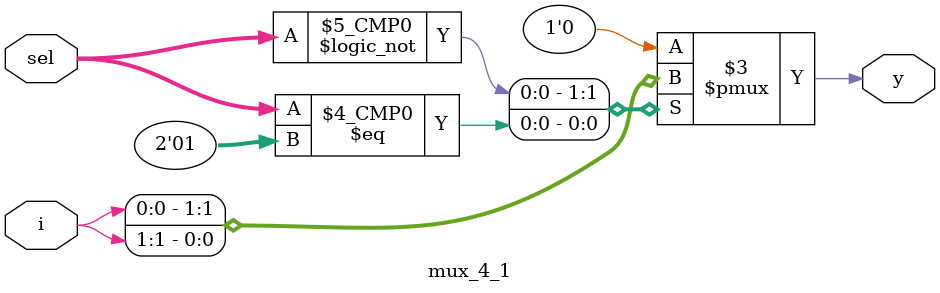
<source format=v>
module mux_4_1(
input [3:0] i,
input [1:0] sel,
output reg y
);

always @(*)
begin
	case(sel)
		2'b00: y = i[0];
		2'b01: y = i[1];
		default y = 1'b0;
	endcase
end

endmodule

</source>
